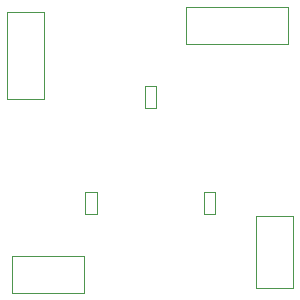
<source format=gbr>
%TF.GenerationSoftware,KiCad,Pcbnew,9.0.5-1.fc42*%
%TF.CreationDate,2025-12-03T03:37:22+01:00*%
%TF.ProjectId,Block-Switch-3,426c6f63-6b2d-4537-9769-7463682d332e,1*%
%TF.SameCoordinates,Original*%
%TF.FileFunction,Other,User*%
%FSLAX46Y46*%
G04 Gerber Fmt 4.6, Leading zero omitted, Abs format (unit mm)*
G04 Created by KiCad (PCBNEW 9.0.5-1.fc42) date 2025-12-03 03:37:22*
%MOMM*%
%LPD*%
G01*
G04 APERTURE LIST*
%ADD10C,0.050000*%
G04 APERTURE END LIST*
D10*
%TO.C,R3*%
X139535000Y-110088190D02*
X139535000Y-108228190D01*
X138595000Y-110088190D02*
X139535000Y-110088190D01*
X139535000Y-108228190D02*
X138595000Y-108228190D01*
X138595000Y-108228190D02*
X138595000Y-110088190D01*
%TO.C,J4*%
X127385000Y-122655000D02*
X133475000Y-122655000D01*
X127385000Y-125755000D02*
X127385000Y-122655000D01*
X133475000Y-122655000D02*
X133475000Y-125755000D01*
X133475000Y-125755000D02*
X127385000Y-125755000D01*
%TO.C,R2*%
X144551300Y-119101810D02*
X144551300Y-117241810D01*
X144551300Y-117241810D02*
X143611300Y-117241810D01*
X143611300Y-119101810D02*
X144551300Y-119101810D01*
X143611300Y-117241810D02*
X143611300Y-119101810D01*
%TO.C,R1*%
X134518700Y-119101810D02*
X134518700Y-117241810D01*
X134518700Y-117241810D02*
X133578700Y-117241810D01*
X133578700Y-119101810D02*
X134518700Y-119101810D01*
X133578700Y-117241810D02*
X133578700Y-119101810D01*
%TO.C,J2*%
X148055000Y-119255000D02*
X151155000Y-119255000D01*
X148055000Y-125345000D02*
X148055000Y-119255000D01*
X151155000Y-119255000D02*
X151155000Y-125345000D01*
X151155000Y-125345000D02*
X148055000Y-125345000D01*
%TO.C,J1*%
X126975000Y-101985000D02*
X130075000Y-101985000D01*
X126975000Y-109345000D02*
X126975000Y-101985000D01*
X130075000Y-101985000D02*
X130075000Y-109345000D01*
X130075000Y-109345000D02*
X126975000Y-109345000D01*
%TO.C,J3*%
X142115000Y-101575000D02*
X150745000Y-101575000D01*
X142115000Y-104675000D02*
X142115000Y-101575000D01*
X150745000Y-101575000D02*
X150745000Y-104675000D01*
X150745000Y-104675000D02*
X142115000Y-104675000D01*
%TD*%
M02*

</source>
